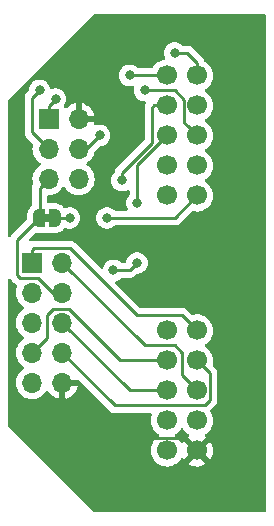
<source format=gbr>
G04 #@! TF.GenerationSoftware,KiCad,Pcbnew,(6.0.0)*
G04 #@! TF.CreationDate,2022-01-07T01:25:47-05:00*
G04 #@! TF.ProjectId,SKR-Mini_Screen,534b522d-4d69-46e6-995f-53637265656e,rev?*
G04 #@! TF.SameCoordinates,Original*
G04 #@! TF.FileFunction,Copper,L1,Top*
G04 #@! TF.FilePolarity,Positive*
%FSLAX46Y46*%
G04 Gerber Fmt 4.6, Leading zero omitted, Abs format (unit mm)*
G04 Created by KiCad (PCBNEW (6.0.0)) date 2022-01-07 01:25:47*
%MOMM*%
%LPD*%
G01*
G04 APERTURE LIST*
G04 Aperture macros list*
%AMFreePoly0*
4,1,22,0.500000,-0.750000,0.000000,-0.750000,0.000000,-0.745033,-0.079941,-0.743568,-0.215256,-0.701293,-0.333266,-0.622738,-0.424486,-0.514219,-0.481581,-0.384460,-0.499164,-0.250000,-0.500000,-0.250000,-0.500000,0.250000,-0.499164,0.250000,-0.499963,0.256109,-0.478152,0.396186,-0.417904,0.524511,-0.324060,0.630769,-0.204165,0.706417,-0.067858,0.745374,0.000000,0.744959,0.000000,0.750000,
0.500000,0.750000,0.500000,-0.750000,0.500000,-0.750000,$1*%
%AMFreePoly1*
4,1,20,0.000000,0.744959,0.073905,0.744508,0.209726,0.703889,0.328688,0.626782,0.421226,0.519385,0.479903,0.390333,0.500000,0.250000,0.500000,-0.250000,0.499851,-0.262216,0.476331,-0.402017,0.414519,-0.529596,0.319384,-0.634700,0.198574,-0.708877,0.061801,-0.746166,0.000000,-0.745033,0.000000,-0.750000,-0.500000,-0.750000,-0.500000,0.750000,0.000000,0.750000,0.000000,0.744959,
0.000000,0.744959,$1*%
G04 Aperture macros list end*
G04 #@! TA.AperFunction,ComponentPad*
%ADD10C,1.700000*%
G04 #@! TD*
G04 #@! TA.AperFunction,SMDPad,CuDef*
%ADD11FreePoly0,0.000000*%
G04 #@! TD*
G04 #@! TA.AperFunction,SMDPad,CuDef*
%ADD12FreePoly1,0.000000*%
G04 #@! TD*
G04 #@! TA.AperFunction,ComponentPad*
%ADD13O,1.700000X1.700000*%
G04 #@! TD*
G04 #@! TA.AperFunction,ComponentPad*
%ADD14R,1.700000X1.700000*%
G04 #@! TD*
G04 #@! TA.AperFunction,ViaPad*
%ADD15C,0.800000*%
G04 #@! TD*
G04 #@! TA.AperFunction,Conductor*
%ADD16C,0.250000*%
G04 #@! TD*
G04 APERTURE END LIST*
G36*
X127250000Y-103170000D02*
G01*
X126750000Y-103170000D01*
X126750000Y-102570000D01*
X127250000Y-102570000D01*
X127250000Y-103170000D01*
G37*
D10*
X139700000Y-100965000D03*
X137160000Y-100965000D03*
X139700000Y-98425000D03*
X137160000Y-98425000D03*
X139700000Y-95885000D03*
X137160000Y-95885000D03*
X139700000Y-93345000D03*
X137160000Y-93345000D03*
X139700000Y-90805000D03*
X137160000Y-90805000D03*
X139700000Y-122555000D03*
X137160000Y-122555000D03*
X139700000Y-120015000D03*
X137160000Y-120015000D03*
X139700000Y-117475000D03*
X137160000Y-117475000D03*
X139700000Y-114935000D03*
X137160000Y-114935000D03*
X139700000Y-112395000D03*
X137160000Y-112395000D03*
D11*
X126350000Y-102870000D03*
D12*
X127650000Y-102870000D03*
D13*
X128270000Y-116840000D03*
X125730000Y-116840000D03*
X128270000Y-114300000D03*
X125730000Y-114300000D03*
X128270000Y-111760000D03*
X125730000Y-111760000D03*
X128270000Y-109220000D03*
X125730000Y-109220000D03*
X128270000Y-106680000D03*
D14*
X125730000Y-106680000D03*
D13*
X129673000Y-99568000D03*
X127133000Y-99568000D03*
X129673000Y-97028000D03*
X127133000Y-97028000D03*
X129673000Y-94488000D03*
D14*
X127133000Y-94488000D03*
D15*
X133350000Y-99695000D03*
X132625000Y-107315000D03*
X134620000Y-106680000D03*
X134620000Y-101600000D03*
X131445000Y-95885000D03*
X135255000Y-92075000D03*
X137795000Y-88900000D03*
X126365000Y-92075000D03*
X133985000Y-90805000D03*
X127723000Y-92798000D03*
X132080000Y-102870000D03*
X128905000Y-102870000D03*
D16*
X138938001Y-121793001D02*
X139700000Y-122555000D01*
X131695918Y-121467999D02*
X138612999Y-121467999D01*
X138612999Y-121467999D02*
X138938001Y-121793001D01*
X128270000Y-118042081D02*
X131695918Y-121467999D01*
X128270000Y-116840000D02*
X128270000Y-118042081D01*
X140461999Y-115696999D02*
X139700000Y-114935000D01*
X132715000Y-118745000D02*
X140335000Y-118745000D01*
X140335000Y-118745000D02*
X140787001Y-118292999D01*
X128270000Y-114300000D02*
X132715000Y-118745000D01*
X140787001Y-118292999D02*
X140787001Y-116022001D01*
X140787001Y-116022001D02*
X140461999Y-115696999D01*
X128834001Y-110584999D02*
X127540001Y-110584999D01*
X137160000Y-114935000D02*
X133184002Y-114935000D01*
X133184002Y-114935000D02*
X128834001Y-110584999D01*
X127540001Y-110584999D02*
X127000000Y-111125000D01*
X127000000Y-113030000D02*
X125730000Y-114300000D01*
X127000000Y-111125000D02*
X127000000Y-113030000D01*
X137160000Y-117475000D02*
X133985000Y-117475000D01*
X133985000Y-117475000D02*
X128270000Y-111760000D01*
X133350000Y-99695000D02*
X133350000Y-99058590D01*
X135890000Y-96518590D02*
X135890000Y-93537370D01*
X136082370Y-93345000D02*
X137160000Y-93345000D01*
X135890000Y-93537370D02*
X136082370Y-93345000D01*
X133350000Y-99058590D02*
X135890000Y-96518590D01*
X126365000Y-100330000D02*
X126365000Y-102235000D01*
X127133000Y-99568000D02*
X127127000Y-99568000D01*
X127127000Y-99568000D02*
X126365000Y-100330000D01*
X124460000Y-104760000D02*
X126350000Y-102870000D01*
X127469002Y-109220000D02*
X126199002Y-107950000D01*
X128270000Y-109220000D02*
X127469002Y-109220000D01*
X126199002Y-107950000D02*
X124714998Y-107950000D01*
X124460000Y-107695002D02*
X124460000Y-104760000D01*
X124714998Y-107950000D02*
X124460000Y-107695002D01*
X132625000Y-107315000D02*
X133985000Y-107315000D01*
X133985000Y-107315000D02*
X134620000Y-106680000D01*
X134620000Y-106680000D02*
X134620000Y-106680000D01*
X134620000Y-98425000D02*
X137160000Y-95885000D01*
X134620000Y-101600000D02*
X134620000Y-98425000D01*
X139700000Y-117475000D02*
X138430000Y-116205000D01*
X138430000Y-116205000D02*
X138430000Y-114300000D01*
X138430000Y-114300000D02*
X137795000Y-113665000D01*
X137795000Y-113665000D02*
X135255000Y-113665000D01*
X135255000Y-113665000D02*
X128270000Y-106680000D01*
X139700000Y-112395000D02*
X138430000Y-111125000D01*
X138430000Y-111125000D02*
X134620000Y-111125000D01*
X134620000Y-111125000D02*
X128905000Y-105410000D01*
X125730000Y-105580000D02*
X125730000Y-106680000D01*
X125900000Y-105410000D02*
X125730000Y-105580000D01*
X128905000Y-105410000D02*
X125900000Y-105410000D01*
X135255000Y-92075000D02*
X135255000Y-92075000D01*
X138938001Y-95123001D02*
X139700000Y-95885000D01*
X138612999Y-94797999D02*
X138938001Y-95123001D01*
X138612999Y-92892999D02*
X138612999Y-94797999D01*
X137795000Y-92075000D02*
X138612999Y-92892999D01*
X135255000Y-92075000D02*
X137795000Y-92075000D01*
X130302000Y-97028000D02*
X131445000Y-95885000D01*
X129673000Y-97028000D02*
X130302000Y-97028000D01*
X127133000Y-97028000D02*
X125730000Y-95625000D01*
X139700000Y-89727370D02*
X138872630Y-88900000D01*
X139700000Y-90805000D02*
X139700000Y-89727370D01*
X138872630Y-88900000D02*
X137795000Y-88900000D01*
X125730000Y-92710000D02*
X125730000Y-95625000D01*
X126365000Y-92075000D02*
X125730000Y-92710000D01*
X136082370Y-90805000D02*
X137160000Y-90805000D01*
X127133000Y-93388000D02*
X127723000Y-92798000D01*
X127133000Y-94488000D02*
X127133000Y-93388000D01*
X133985000Y-90805000D02*
X136082370Y-90805000D01*
X137795000Y-102870000D02*
X139700000Y-100965000D01*
X127650000Y-102870000D02*
X128905000Y-102870000D01*
X132080000Y-102870000D02*
X137795000Y-102870000D01*
G04 #@! TA.AperFunction,Conductor*
G36*
X145484121Y-85618002D02*
G01*
X145530614Y-85671658D01*
X145542000Y-85724000D01*
X145542000Y-127636000D01*
X145521998Y-127704121D01*
X145468342Y-127750614D01*
X145416000Y-127762000D01*
X131072610Y-127762000D01*
X131004489Y-127741998D01*
X130983515Y-127725095D01*
X123734905Y-120476485D01*
X123700879Y-120414173D01*
X123698000Y-120387390D01*
X123698000Y-108111762D01*
X123718002Y-108043641D01*
X123771658Y-107997148D01*
X123841932Y-107987044D01*
X123906512Y-108016538D01*
X123925946Y-108037714D01*
X123926445Y-108038401D01*
X123932952Y-108048309D01*
X123942302Y-108064118D01*
X123955458Y-108086364D01*
X123969779Y-108100685D01*
X123982619Y-108115718D01*
X123994528Y-108132109D01*
X124000634Y-108137160D01*
X124028605Y-108160300D01*
X124037384Y-108168290D01*
X124211341Y-108342247D01*
X124218885Y-108350537D01*
X124222998Y-108357018D01*
X124228775Y-108362443D01*
X124272665Y-108403658D01*
X124275507Y-108406413D01*
X124295229Y-108426135D01*
X124298353Y-108428558D01*
X124298357Y-108428562D01*
X124298422Y-108428612D01*
X124307443Y-108436317D01*
X124339677Y-108466586D01*
X124346625Y-108470405D01*
X124346627Y-108470407D01*
X124357430Y-108476346D01*
X124373957Y-108487202D01*
X124383696Y-108494757D01*
X124383698Y-108494758D01*
X124389958Y-108499614D01*
X124418342Y-108511897D01*
X124472915Y-108557307D01*
X124494275Y-108625014D01*
X124482587Y-108680584D01*
X124452869Y-108744605D01*
X124452866Y-108744612D01*
X124450688Y-108749305D01*
X124390989Y-108964570D01*
X124367251Y-109186695D01*
X124367548Y-109191848D01*
X124367548Y-109191851D01*
X124373011Y-109286590D01*
X124380110Y-109409715D01*
X124381247Y-109414761D01*
X124381248Y-109414767D01*
X124401119Y-109502939D01*
X124429222Y-109627639D01*
X124513266Y-109834616D01*
X124629987Y-110025088D01*
X124776250Y-110193938D01*
X124948126Y-110336632D01*
X125018595Y-110377811D01*
X125021445Y-110379476D01*
X125070169Y-110431114D01*
X125083240Y-110500897D01*
X125056509Y-110566669D01*
X125016055Y-110600027D01*
X125003607Y-110606507D01*
X124999474Y-110609610D01*
X124999471Y-110609612D01*
X124829100Y-110737530D01*
X124824965Y-110740635D01*
X124670629Y-110902138D01*
X124544743Y-111086680D01*
X124542564Y-111091375D01*
X124465637Y-111257101D01*
X124450688Y-111289305D01*
X124390989Y-111504570D01*
X124367251Y-111726695D01*
X124367548Y-111731848D01*
X124367548Y-111731851D01*
X124368392Y-111746492D01*
X124380110Y-111949715D01*
X124381247Y-111954761D01*
X124381248Y-111954767D01*
X124405304Y-112061508D01*
X124429222Y-112167639D01*
X124513266Y-112374616D01*
X124629987Y-112565088D01*
X124776250Y-112733938D01*
X124948126Y-112876632D01*
X124990602Y-112901453D01*
X125021445Y-112919476D01*
X125070169Y-112971114D01*
X125083240Y-113040897D01*
X125056509Y-113106669D01*
X125016055Y-113140027D01*
X125003607Y-113146507D01*
X124999474Y-113149610D01*
X124999471Y-113149612D01*
X124855136Y-113257982D01*
X124824965Y-113280635D01*
X124821393Y-113284373D01*
X124679812Y-113432529D01*
X124670629Y-113442138D01*
X124544743Y-113626680D01*
X124514591Y-113691638D01*
X124465663Y-113797045D01*
X124450688Y-113829305D01*
X124390989Y-114044570D01*
X124367251Y-114266695D01*
X124367548Y-114271848D01*
X124367548Y-114271851D01*
X124373011Y-114366590D01*
X124380110Y-114489715D01*
X124381247Y-114494761D01*
X124381248Y-114494767D01*
X124381459Y-114495702D01*
X124429222Y-114707639D01*
X124513266Y-114914616D01*
X124564511Y-114998240D01*
X124627291Y-115100688D01*
X124629987Y-115105088D01*
X124776250Y-115273938D01*
X124948126Y-115416632D01*
X125018595Y-115457811D01*
X125021445Y-115459476D01*
X125070169Y-115511114D01*
X125083240Y-115580897D01*
X125056509Y-115646669D01*
X125016055Y-115680027D01*
X125003607Y-115686507D01*
X124999474Y-115689610D01*
X124999471Y-115689612D01*
X124829100Y-115817530D01*
X124824965Y-115820635D01*
X124670629Y-115982138D01*
X124544743Y-116166680D01*
X124450688Y-116369305D01*
X124390989Y-116584570D01*
X124367251Y-116806695D01*
X124367548Y-116811848D01*
X124367548Y-116811851D01*
X124369171Y-116840000D01*
X124380110Y-117029715D01*
X124381247Y-117034761D01*
X124381248Y-117034767D01*
X124394597Y-117094000D01*
X124429222Y-117247639D01*
X124513266Y-117454616D01*
X124629987Y-117645088D01*
X124776250Y-117813938D01*
X124948126Y-117956632D01*
X125141000Y-118069338D01*
X125145825Y-118071180D01*
X125145826Y-118071181D01*
X125158967Y-118076199D01*
X125349692Y-118149030D01*
X125354760Y-118150061D01*
X125354763Y-118150062D01*
X125449862Y-118169410D01*
X125568597Y-118193567D01*
X125573772Y-118193757D01*
X125573774Y-118193757D01*
X125786673Y-118201564D01*
X125786677Y-118201564D01*
X125791837Y-118201753D01*
X125796957Y-118201097D01*
X125796959Y-118201097D01*
X126008288Y-118174025D01*
X126008289Y-118174025D01*
X126013416Y-118173368D01*
X126018366Y-118171883D01*
X126222429Y-118110661D01*
X126222434Y-118110659D01*
X126227384Y-118109174D01*
X126427994Y-118010896D01*
X126609860Y-117881173D01*
X126768096Y-117723489D01*
X126827594Y-117640689D01*
X126898453Y-117542077D01*
X126899640Y-117542930D01*
X126946960Y-117499362D01*
X127016897Y-117487145D01*
X127082338Y-117514678D01*
X127110166Y-117546511D01*
X127167694Y-117640388D01*
X127173777Y-117648699D01*
X127313213Y-117809667D01*
X127320580Y-117816883D01*
X127484434Y-117952916D01*
X127492881Y-117958831D01*
X127676756Y-118066279D01*
X127686042Y-118070729D01*
X127885001Y-118146703D01*
X127894899Y-118149579D01*
X127998250Y-118170606D01*
X128012299Y-118169410D01*
X128016000Y-118159065D01*
X128016000Y-118158517D01*
X128524000Y-118158517D01*
X128528064Y-118172359D01*
X128541478Y-118174393D01*
X128548184Y-118173534D01*
X128558262Y-118171392D01*
X128762255Y-118110191D01*
X128771842Y-118106433D01*
X128963095Y-118012739D01*
X128971945Y-118007464D01*
X129145328Y-117883792D01*
X129153200Y-117877139D01*
X129304052Y-117726812D01*
X129310730Y-117718965D01*
X129435003Y-117546020D01*
X129440313Y-117537183D01*
X129534670Y-117346267D01*
X129538469Y-117336672D01*
X129600377Y-117132910D01*
X129602555Y-117122837D01*
X129603986Y-117111962D01*
X129601775Y-117097778D01*
X129588617Y-117094000D01*
X128542115Y-117094000D01*
X128526876Y-117098475D01*
X128525671Y-117099865D01*
X128524000Y-117107548D01*
X128524000Y-118158517D01*
X128016000Y-118158517D01*
X128016000Y-116712000D01*
X128036002Y-116643879D01*
X128089658Y-116597386D01*
X128142000Y-116586000D01*
X129606459Y-116586000D01*
X129606459Y-116590775D01*
X129643133Y-116590792D01*
X129696673Y-116622577D01*
X132211343Y-119137247D01*
X132218887Y-119145537D01*
X132223000Y-119152018D01*
X132228777Y-119157443D01*
X132272667Y-119198658D01*
X132275509Y-119201413D01*
X132295230Y-119221134D01*
X132298425Y-119223612D01*
X132307447Y-119231318D01*
X132339679Y-119261586D01*
X132346628Y-119265406D01*
X132357432Y-119271346D01*
X132373956Y-119282199D01*
X132389959Y-119294613D01*
X132430543Y-119312176D01*
X132441173Y-119317383D01*
X132479940Y-119338695D01*
X132487617Y-119340666D01*
X132487622Y-119340668D01*
X132499558Y-119343732D01*
X132518266Y-119350137D01*
X132536855Y-119358181D01*
X132544683Y-119359421D01*
X132544690Y-119359423D01*
X132580524Y-119365099D01*
X132592144Y-119367505D01*
X132627289Y-119376528D01*
X132634970Y-119378500D01*
X132655224Y-119378500D01*
X132674934Y-119380051D01*
X132694943Y-119383220D01*
X132702835Y-119382474D01*
X132738961Y-119379059D01*
X132750819Y-119378500D01*
X135761527Y-119378500D01*
X135829648Y-119398502D01*
X135876141Y-119452158D01*
X135886245Y-119522432D01*
X135880745Y-119544182D01*
X135880688Y-119544305D01*
X135820989Y-119759570D01*
X135797251Y-119981695D01*
X135797548Y-119986848D01*
X135797548Y-119986851D01*
X135803011Y-120081590D01*
X135810110Y-120204715D01*
X135811247Y-120209761D01*
X135811248Y-120209767D01*
X135831119Y-120297939D01*
X135859222Y-120422639D01*
X135943266Y-120629616D01*
X135987512Y-120701819D01*
X136057291Y-120815688D01*
X136059987Y-120820088D01*
X136206250Y-120988938D01*
X136378126Y-121131632D01*
X136448595Y-121172811D01*
X136451445Y-121174476D01*
X136500169Y-121226114D01*
X136513240Y-121295897D01*
X136486509Y-121361669D01*
X136446055Y-121395027D01*
X136433607Y-121401507D01*
X136429474Y-121404610D01*
X136429471Y-121404612D01*
X136259100Y-121532530D01*
X136254965Y-121535635D01*
X136100629Y-121697138D01*
X135974743Y-121881680D01*
X135880688Y-122084305D01*
X135820989Y-122299570D01*
X135797251Y-122521695D01*
X135797548Y-122526848D01*
X135797548Y-122526851D01*
X135799910Y-122567812D01*
X135810110Y-122744715D01*
X135811247Y-122749761D01*
X135811248Y-122749767D01*
X135832275Y-122843069D01*
X135859222Y-122962639D01*
X135943266Y-123169616D01*
X136059987Y-123360088D01*
X136206250Y-123528938D01*
X136378126Y-123671632D01*
X136571000Y-123784338D01*
X136779692Y-123864030D01*
X136784760Y-123865061D01*
X136784763Y-123865062D01*
X136889604Y-123886392D01*
X136998597Y-123908567D01*
X137003772Y-123908757D01*
X137003774Y-123908757D01*
X137216673Y-123916564D01*
X137216677Y-123916564D01*
X137221837Y-123916753D01*
X137226957Y-123916097D01*
X137226959Y-123916097D01*
X137438288Y-123889025D01*
X137438289Y-123889025D01*
X137443416Y-123888368D01*
X137448366Y-123886883D01*
X137652429Y-123825661D01*
X137652434Y-123825659D01*
X137657384Y-123824174D01*
X137857994Y-123725896D01*
X137922544Y-123679853D01*
X138939977Y-123679853D01*
X138945258Y-123686907D01*
X139106756Y-123781279D01*
X139116042Y-123785729D01*
X139315001Y-123861703D01*
X139324899Y-123864579D01*
X139533595Y-123907038D01*
X139543823Y-123908257D01*
X139756650Y-123916062D01*
X139766936Y-123915595D01*
X139978185Y-123888534D01*
X139988262Y-123886392D01*
X140192255Y-123825191D01*
X140201842Y-123821433D01*
X140393098Y-123727738D01*
X140401944Y-123722465D01*
X140449247Y-123688723D01*
X140457648Y-123678023D01*
X140450660Y-123664870D01*
X139712812Y-122927022D01*
X139698868Y-122919408D01*
X139697035Y-122919539D01*
X139690420Y-122923790D01*
X138946737Y-123667473D01*
X138939977Y-123679853D01*
X137922544Y-123679853D01*
X138039860Y-123596173D01*
X138198096Y-123438489D01*
X138257594Y-123355689D01*
X138328453Y-123257077D01*
X138329640Y-123257930D01*
X138376960Y-123214362D01*
X138446897Y-123202145D01*
X138512338Y-123229678D01*
X138540166Y-123261512D01*
X138566459Y-123304419D01*
X138576916Y-123313880D01*
X138585694Y-123310096D01*
X139327978Y-122567812D01*
X139334356Y-122556132D01*
X140064408Y-122556132D01*
X140064539Y-122557965D01*
X140068790Y-122564580D01*
X140810474Y-123306264D01*
X140822484Y-123312823D01*
X140834223Y-123303855D01*
X140865004Y-123261019D01*
X140870315Y-123252180D01*
X140964670Y-123061267D01*
X140968469Y-123051672D01*
X141030376Y-122847915D01*
X141032555Y-122837834D01*
X141060590Y-122624887D01*
X141061109Y-122618212D01*
X141062572Y-122558364D01*
X141062378Y-122551646D01*
X141044781Y-122337604D01*
X141043096Y-122327424D01*
X140991214Y-122120875D01*
X140987894Y-122111124D01*
X140902972Y-121915814D01*
X140898105Y-121906739D01*
X140833063Y-121806197D01*
X140822377Y-121796995D01*
X140812812Y-121801398D01*
X140072022Y-122542188D01*
X140064408Y-122556132D01*
X139334356Y-122556132D01*
X139335592Y-122553868D01*
X139335461Y-122552035D01*
X139331210Y-122545420D01*
X138589849Y-121804059D01*
X138578313Y-121797759D01*
X138566031Y-121807382D01*
X138533499Y-121855072D01*
X138478587Y-121900075D01*
X138408063Y-121908246D01*
X138344316Y-121876992D01*
X138323618Y-121852508D01*
X138242822Y-121727617D01*
X138242820Y-121727614D01*
X138240014Y-121723277D01*
X138089670Y-121558051D01*
X138085619Y-121554852D01*
X138085615Y-121554848D01*
X137918414Y-121422800D01*
X137918410Y-121422798D01*
X137914359Y-121419598D01*
X137873053Y-121396796D01*
X137823084Y-121346364D01*
X137808312Y-121276921D01*
X137833428Y-121210516D01*
X137860780Y-121183909D01*
X137904603Y-121152650D01*
X138039860Y-121056173D01*
X138198096Y-120898489D01*
X138257594Y-120815689D01*
X138328453Y-120717077D01*
X138329776Y-120718028D01*
X138376645Y-120674857D01*
X138446580Y-120662625D01*
X138512026Y-120690144D01*
X138539875Y-120721994D01*
X138599987Y-120820088D01*
X138746250Y-120988938D01*
X138918126Y-121131632D01*
X138991445Y-121174476D01*
X138991955Y-121174774D01*
X139040679Y-121226412D01*
X139053750Y-121296195D01*
X139027019Y-121361967D01*
X138986562Y-121395327D01*
X138978460Y-121399544D01*
X138969734Y-121405039D01*
X138949677Y-121420099D01*
X138941223Y-121431427D01*
X138947968Y-121443758D01*
X139687188Y-122182978D01*
X139701132Y-122190592D01*
X139702965Y-122190461D01*
X139709580Y-122186210D01*
X140453389Y-121442401D01*
X140460410Y-121429544D01*
X140453611Y-121420213D01*
X140449559Y-121417521D01*
X140412602Y-121397120D01*
X140362631Y-121346687D01*
X140347859Y-121277245D01*
X140372975Y-121210839D01*
X140400327Y-121184232D01*
X140423797Y-121167491D01*
X140579860Y-121056173D01*
X140738096Y-120898489D01*
X140797594Y-120815689D01*
X140865435Y-120721277D01*
X140868453Y-120717077D01*
X140883577Y-120686477D01*
X140965136Y-120521453D01*
X140965137Y-120521451D01*
X140967430Y-120516811D01*
X141032370Y-120303069D01*
X141061529Y-120081590D01*
X141063156Y-120015000D01*
X141044852Y-119792361D01*
X140990431Y-119575702D01*
X140901354Y-119370840D01*
X140864926Y-119314530D01*
X140840292Y-119276452D01*
X140820085Y-119208392D01*
X140839881Y-119140211D01*
X140856989Y-119118917D01*
X141179260Y-118796646D01*
X141187538Y-118789112D01*
X141194019Y-118784999D01*
X141240631Y-118735361D01*
X141243386Y-118732518D01*
X141260335Y-118715570D01*
X141263136Y-118712769D01*
X141265616Y-118709572D01*
X141273321Y-118700550D01*
X141298160Y-118674099D01*
X141303587Y-118668320D01*
X141307406Y-118661374D01*
X141307408Y-118661371D01*
X141313349Y-118650565D01*
X141324200Y-118634046D01*
X141331759Y-118624300D01*
X141336615Y-118618040D01*
X141339760Y-118610771D01*
X141339763Y-118610767D01*
X141354175Y-118577462D01*
X141359392Y-118566812D01*
X141380696Y-118528059D01*
X141385734Y-118508436D01*
X141392138Y-118489733D01*
X141397034Y-118478419D01*
X141397034Y-118478418D01*
X141400182Y-118471144D01*
X141401421Y-118463321D01*
X141401424Y-118463311D01*
X141407100Y-118427475D01*
X141409506Y-118415855D01*
X141418529Y-118380710D01*
X141418529Y-118380709D01*
X141420501Y-118373029D01*
X141420501Y-118352775D01*
X141422052Y-118333064D01*
X141423981Y-118320885D01*
X141425221Y-118313056D01*
X141421060Y-118269037D01*
X141420501Y-118257180D01*
X141420501Y-116100768D01*
X141421028Y-116089585D01*
X141422703Y-116082092D01*
X141421746Y-116051632D01*
X141420563Y-116014015D01*
X141420501Y-116010056D01*
X141420501Y-115982145D01*
X141419996Y-115978145D01*
X141419063Y-115966302D01*
X141417923Y-115930030D01*
X141417674Y-115922111D01*
X141412023Y-115902659D01*
X141408015Y-115883307D01*
X141406468Y-115871064D01*
X141405475Y-115863204D01*
X141396228Y-115839848D01*
X141389201Y-115822098D01*
X141385356Y-115810871D01*
X141377431Y-115783595D01*
X141373019Y-115768408D01*
X141368985Y-115761586D01*
X141368982Y-115761580D01*
X141362707Y-115750969D01*
X141354011Y-115733219D01*
X141349473Y-115721757D01*
X141349470Y-115721752D01*
X141346553Y-115714384D01*
X141328555Y-115689612D01*
X141320574Y-115678626D01*
X141314058Y-115668708D01*
X141295576Y-115637458D01*
X141291543Y-115630638D01*
X141277219Y-115616314D01*
X141264377Y-115601279D01*
X141261862Y-115597817D01*
X141252473Y-115584894D01*
X141218407Y-115556712D01*
X141209628Y-115548723D01*
X141051218Y-115390313D01*
X141017192Y-115328001D01*
X141019755Y-115264589D01*
X141030865Y-115228022D01*
X141032370Y-115223069D01*
X141061529Y-115001590D01*
X141063156Y-114935000D01*
X141044852Y-114712361D01*
X140990431Y-114495702D01*
X140901354Y-114290840D01*
X140840078Y-114196121D01*
X140782822Y-114107617D01*
X140782820Y-114107614D01*
X140780014Y-114103277D01*
X140629670Y-113938051D01*
X140625619Y-113934852D01*
X140625615Y-113934848D01*
X140458414Y-113802800D01*
X140458410Y-113802798D01*
X140454359Y-113799598D01*
X140413053Y-113776796D01*
X140363084Y-113726364D01*
X140348312Y-113656921D01*
X140373428Y-113590516D01*
X140400780Y-113563909D01*
X140457229Y-113523644D01*
X140579860Y-113436173D01*
X140738096Y-113278489D01*
X140746710Y-113266502D01*
X140865435Y-113101277D01*
X140868453Y-113097077D01*
X140902028Y-113029144D01*
X140965136Y-112901453D01*
X140965137Y-112901451D01*
X140967430Y-112896811D01*
X141032370Y-112683069D01*
X141061529Y-112461590D01*
X141063156Y-112395000D01*
X141044852Y-112172361D01*
X140990431Y-111955702D01*
X140901354Y-111750840D01*
X140840078Y-111656122D01*
X140782822Y-111567617D01*
X140782820Y-111567614D01*
X140780014Y-111563277D01*
X140629670Y-111398051D01*
X140625619Y-111394852D01*
X140625615Y-111394848D01*
X140458414Y-111262800D01*
X140458410Y-111262798D01*
X140454359Y-111259598D01*
X140258789Y-111151638D01*
X140253920Y-111149914D01*
X140253916Y-111149912D01*
X140053087Y-111078795D01*
X140053083Y-111078794D01*
X140048212Y-111077069D01*
X140043119Y-111076162D01*
X140043116Y-111076161D01*
X139833373Y-111038800D01*
X139833367Y-111038799D01*
X139828284Y-111037894D01*
X139754452Y-111036992D01*
X139610081Y-111035228D01*
X139610079Y-111035228D01*
X139604911Y-111035165D01*
X139384091Y-111068955D01*
X139371532Y-111073060D01*
X139300568Y-111075210D01*
X139243294Y-111042389D01*
X138933652Y-110732747D01*
X138926112Y-110724461D01*
X138922000Y-110717982D01*
X138872348Y-110671356D01*
X138869507Y-110668602D01*
X138849770Y-110648865D01*
X138846573Y-110646385D01*
X138837551Y-110638680D01*
X138832927Y-110634338D01*
X138805321Y-110608414D01*
X138798375Y-110604595D01*
X138798372Y-110604593D01*
X138787566Y-110598652D01*
X138771047Y-110587801D01*
X138770583Y-110587441D01*
X138755041Y-110575386D01*
X138747772Y-110572241D01*
X138747768Y-110572238D01*
X138714463Y-110557826D01*
X138703813Y-110552609D01*
X138665060Y-110531305D01*
X138645437Y-110526267D01*
X138626734Y-110519863D01*
X138615420Y-110514967D01*
X138615419Y-110514967D01*
X138608145Y-110511819D01*
X138600322Y-110510580D01*
X138600312Y-110510577D01*
X138564476Y-110504901D01*
X138552856Y-110502495D01*
X138517711Y-110493472D01*
X138517710Y-110493472D01*
X138510030Y-110491500D01*
X138489776Y-110491500D01*
X138470065Y-110489949D01*
X138457886Y-110488020D01*
X138450057Y-110486780D01*
X138442165Y-110487526D01*
X138406039Y-110490941D01*
X138394181Y-110491500D01*
X134934594Y-110491500D01*
X134866473Y-110471498D01*
X134845499Y-110454595D01*
X132797093Y-108406189D01*
X132763067Y-108343877D01*
X132768132Y-108273062D01*
X132810679Y-108216226D01*
X132859991Y-108193847D01*
X132872364Y-108191217D01*
X132900830Y-108185167D01*
X132900833Y-108185166D01*
X132907288Y-108183794D01*
X132942111Y-108168290D01*
X133075722Y-108108803D01*
X133075724Y-108108802D01*
X133081752Y-108106118D01*
X133118338Y-108079537D01*
X133230914Y-107997745D01*
X133236253Y-107993866D01*
X133240668Y-107988963D01*
X133245580Y-107984540D01*
X133246705Y-107985789D01*
X133300014Y-107952949D01*
X133333200Y-107948500D01*
X133906233Y-107948500D01*
X133917416Y-107949027D01*
X133924909Y-107950702D01*
X133932835Y-107950453D01*
X133932836Y-107950453D01*
X133992986Y-107948562D01*
X133996945Y-107948500D01*
X134024856Y-107948500D01*
X134028791Y-107948003D01*
X134028856Y-107947995D01*
X134040693Y-107947062D01*
X134072951Y-107946048D01*
X134076970Y-107945922D01*
X134084889Y-107945673D01*
X134104343Y-107940021D01*
X134123700Y-107936013D01*
X134135930Y-107934468D01*
X134135931Y-107934468D01*
X134143797Y-107933474D01*
X134151168Y-107930555D01*
X134151170Y-107930555D01*
X134184912Y-107917196D01*
X134196142Y-107913351D01*
X134230983Y-107903229D01*
X134230984Y-107903229D01*
X134238593Y-107901018D01*
X134245412Y-107896985D01*
X134245417Y-107896983D01*
X134256028Y-107890707D01*
X134273776Y-107882012D01*
X134292617Y-107874552D01*
X134328387Y-107848564D01*
X134338307Y-107842048D01*
X134369535Y-107823580D01*
X134369538Y-107823578D01*
X134376362Y-107819542D01*
X134390683Y-107805221D01*
X134405717Y-107792380D01*
X134415694Y-107785131D01*
X134422107Y-107780472D01*
X134450298Y-107746395D01*
X134458288Y-107737616D01*
X134570499Y-107625405D01*
X134632811Y-107591379D01*
X134659594Y-107588500D01*
X134715487Y-107588500D01*
X134721939Y-107587128D01*
X134721944Y-107587128D01*
X134808888Y-107568647D01*
X134902288Y-107548794D01*
X135045375Y-107485088D01*
X135070722Y-107473803D01*
X135070724Y-107473802D01*
X135076752Y-107471118D01*
X135231253Y-107358866D01*
X135235675Y-107353955D01*
X135354621Y-107221852D01*
X135354622Y-107221851D01*
X135359040Y-107216944D01*
X135454527Y-107051556D01*
X135513542Y-106869928D01*
X135533504Y-106680000D01*
X135521803Y-106568671D01*
X135514232Y-106496635D01*
X135514232Y-106496633D01*
X135513542Y-106490072D01*
X135454527Y-106308444D01*
X135359040Y-106143056D01*
X135231253Y-106001134D01*
X135076752Y-105888882D01*
X135070724Y-105886198D01*
X135070722Y-105886197D01*
X134908319Y-105813891D01*
X134908318Y-105813891D01*
X134902288Y-105811206D01*
X134808888Y-105791353D01*
X134721944Y-105772872D01*
X134721939Y-105772872D01*
X134715487Y-105771500D01*
X134524513Y-105771500D01*
X134518061Y-105772872D01*
X134518056Y-105772872D01*
X134431113Y-105791353D01*
X134337712Y-105811206D01*
X134331682Y-105813891D01*
X134331681Y-105813891D01*
X134169278Y-105886197D01*
X134169276Y-105886198D01*
X134163248Y-105888882D01*
X134008747Y-106001134D01*
X133880960Y-106143056D01*
X133785473Y-106308444D01*
X133726458Y-106490072D01*
X133725769Y-106496631D01*
X133725768Y-106496634D01*
X133718197Y-106568671D01*
X133691184Y-106634327D01*
X133632962Y-106674957D01*
X133592887Y-106681500D01*
X133333200Y-106681500D01*
X133265079Y-106661498D01*
X133245853Y-106645157D01*
X133245580Y-106645460D01*
X133240668Y-106641037D01*
X133236253Y-106636134D01*
X133081752Y-106523882D01*
X133075724Y-106521198D01*
X133075722Y-106521197D01*
X132913319Y-106448891D01*
X132913318Y-106448891D01*
X132907288Y-106446206D01*
X132813887Y-106426353D01*
X132726944Y-106407872D01*
X132726939Y-106407872D01*
X132720487Y-106406500D01*
X132529513Y-106406500D01*
X132523061Y-106407872D01*
X132523056Y-106407872D01*
X132436113Y-106426353D01*
X132342712Y-106446206D01*
X132336682Y-106448891D01*
X132336681Y-106448891D01*
X132174278Y-106521197D01*
X132174276Y-106521198D01*
X132168248Y-106523882D01*
X132013747Y-106636134D01*
X131885960Y-106778056D01*
X131790473Y-106943444D01*
X131745491Y-107081885D01*
X131742152Y-107092160D01*
X131702078Y-107150766D01*
X131636682Y-107178403D01*
X131566725Y-107166296D01*
X131533224Y-107142319D01*
X129408652Y-105017747D01*
X129401112Y-105009461D01*
X129397000Y-105002982D01*
X129347348Y-104956356D01*
X129344507Y-104953602D01*
X129324770Y-104933865D01*
X129321573Y-104931385D01*
X129312551Y-104923680D01*
X129280321Y-104893414D01*
X129273375Y-104889595D01*
X129273372Y-104889593D01*
X129262566Y-104883652D01*
X129246047Y-104872801D01*
X129245583Y-104872441D01*
X129230041Y-104860386D01*
X129222772Y-104857241D01*
X129222768Y-104857238D01*
X129189463Y-104842826D01*
X129178813Y-104837609D01*
X129140060Y-104816305D01*
X129120437Y-104811267D01*
X129101734Y-104804863D01*
X129090420Y-104799967D01*
X129090419Y-104799967D01*
X129083145Y-104796819D01*
X129075322Y-104795580D01*
X129075312Y-104795577D01*
X129039476Y-104789901D01*
X129027856Y-104787495D01*
X128992711Y-104778472D01*
X128992710Y-104778472D01*
X128985030Y-104776500D01*
X128964776Y-104776500D01*
X128945065Y-104774949D01*
X128932886Y-104773020D01*
X128925057Y-104771780D01*
X128895786Y-104774547D01*
X128881039Y-104775941D01*
X128869181Y-104776500D01*
X125978767Y-104776500D01*
X125967584Y-104775973D01*
X125960091Y-104774298D01*
X125952165Y-104774547D01*
X125952164Y-104774547D01*
X125892014Y-104776438D01*
X125888055Y-104776500D01*
X125860144Y-104776500D01*
X125856210Y-104776997D01*
X125856209Y-104776997D01*
X125856144Y-104777005D01*
X125844307Y-104777938D01*
X125812490Y-104778938D01*
X125808029Y-104779078D01*
X125800110Y-104779327D01*
X125782454Y-104784456D01*
X125780658Y-104784978D01*
X125761306Y-104788986D01*
X125754270Y-104789875D01*
X125741203Y-104791526D01*
X125733834Y-104794443D01*
X125733832Y-104794444D01*
X125700097Y-104807800D01*
X125688869Y-104811645D01*
X125646407Y-104823982D01*
X125639585Y-104828016D01*
X125639586Y-104828016D01*
X125637347Y-104829340D01*
X125635363Y-104829843D01*
X125632309Y-104831165D01*
X125632096Y-104830672D01*
X125568530Y-104846799D01*
X125501199Y-104824282D01*
X125456730Y-104768937D01*
X125449242Y-104698337D01*
X125484113Y-104631791D01*
X125978979Y-104136925D01*
X126041291Y-104102899D01*
X126105644Y-104105752D01*
X126111754Y-104107661D01*
X126111763Y-104107663D01*
X126116039Y-104108999D01*
X126120463Y-104109716D01*
X126120465Y-104109716D01*
X126157597Y-104115730D01*
X126259821Y-104132287D01*
X126326782Y-104133514D01*
X126398539Y-104134830D01*
X126398541Y-104134830D01*
X126403020Y-104134912D01*
X126407465Y-104134359D01*
X126411944Y-104134122D01*
X126411951Y-104134249D01*
X126420339Y-104133729D01*
X126850000Y-104133729D01*
X126881986Y-104131441D01*
X126916373Y-104128982D01*
X126916374Y-104128982D01*
X126923111Y-104128500D01*
X126959440Y-104117833D01*
X127012868Y-104114012D01*
X127150000Y-104133729D01*
X127637322Y-104133729D01*
X127639630Y-104133750D01*
X127703020Y-104134912D01*
X127730382Y-104131504D01*
X127843128Y-104117460D01*
X127843132Y-104117459D01*
X127847565Y-104116907D01*
X127985745Y-104079234D01*
X127989862Y-104077452D01*
X127989866Y-104077451D01*
X128115296Y-104023173D01*
X128115301Y-104023171D01*
X128119420Y-104021388D01*
X128241472Y-103946448D01*
X128353540Y-103853408D01*
X128443538Y-103753980D01*
X128504083Y-103716899D01*
X128575063Y-103718437D01*
X128588192Y-103723425D01*
X128622712Y-103738794D01*
X128662372Y-103747224D01*
X128803056Y-103777128D01*
X128803061Y-103777128D01*
X128809513Y-103778500D01*
X129000487Y-103778500D01*
X129006939Y-103777128D01*
X129006944Y-103777128D01*
X129093887Y-103758647D01*
X129187288Y-103738794D01*
X129233011Y-103718437D01*
X129355722Y-103663803D01*
X129355724Y-103663802D01*
X129361752Y-103661118D01*
X129516253Y-103548866D01*
X129557548Y-103503003D01*
X129639621Y-103411852D01*
X129639622Y-103411851D01*
X129644040Y-103406944D01*
X129739527Y-103241556D01*
X129798542Y-103059928D01*
X129802242Y-103024730D01*
X129817814Y-102876565D01*
X129818504Y-102870000D01*
X131166496Y-102870000D01*
X131167186Y-102876565D01*
X131182759Y-103024730D01*
X131186458Y-103059928D01*
X131245473Y-103241556D01*
X131340960Y-103406944D01*
X131345378Y-103411851D01*
X131345379Y-103411852D01*
X131427452Y-103503003D01*
X131468747Y-103548866D01*
X131623248Y-103661118D01*
X131629276Y-103663802D01*
X131629278Y-103663803D01*
X131751989Y-103718437D01*
X131797712Y-103738794D01*
X131891112Y-103758647D01*
X131978056Y-103777128D01*
X131978061Y-103777128D01*
X131984513Y-103778500D01*
X132175487Y-103778500D01*
X132181939Y-103777128D01*
X132181944Y-103777128D01*
X132268887Y-103758647D01*
X132362288Y-103738794D01*
X132408011Y-103718437D01*
X132530722Y-103663803D01*
X132530724Y-103663802D01*
X132536752Y-103661118D01*
X132691253Y-103548866D01*
X132695668Y-103543963D01*
X132700580Y-103539540D01*
X132701705Y-103540789D01*
X132755014Y-103507949D01*
X132788200Y-103503500D01*
X137716233Y-103503500D01*
X137727416Y-103504027D01*
X137734909Y-103505702D01*
X137742835Y-103505453D01*
X137742836Y-103505453D01*
X137802986Y-103503562D01*
X137806945Y-103503500D01*
X137834856Y-103503500D01*
X137838791Y-103503003D01*
X137838856Y-103502995D01*
X137850693Y-103502062D01*
X137882951Y-103501048D01*
X137886970Y-103500922D01*
X137894889Y-103500673D01*
X137914343Y-103495021D01*
X137933700Y-103491013D01*
X137945930Y-103489468D01*
X137945931Y-103489468D01*
X137953797Y-103488474D01*
X137961168Y-103485555D01*
X137961170Y-103485555D01*
X137994912Y-103472196D01*
X138006142Y-103468351D01*
X138040983Y-103458229D01*
X138040984Y-103458229D01*
X138048593Y-103456018D01*
X138055412Y-103451985D01*
X138055417Y-103451983D01*
X138066028Y-103445707D01*
X138083776Y-103437012D01*
X138102617Y-103429552D01*
X138138387Y-103403564D01*
X138148307Y-103397048D01*
X138179535Y-103378580D01*
X138179538Y-103378578D01*
X138186362Y-103374542D01*
X138200683Y-103360221D01*
X138215717Y-103347380D01*
X138225694Y-103340131D01*
X138232107Y-103335472D01*
X138260298Y-103301395D01*
X138268288Y-103292616D01*
X139244549Y-102316355D01*
X139306861Y-102282329D01*
X139358762Y-102281979D01*
X139538597Y-102318567D01*
X139543772Y-102318757D01*
X139543774Y-102318757D01*
X139756673Y-102326564D01*
X139756677Y-102326564D01*
X139761837Y-102326753D01*
X139766957Y-102326097D01*
X139766959Y-102326097D01*
X139978288Y-102299025D01*
X139978289Y-102299025D01*
X139983416Y-102298368D01*
X139988366Y-102296883D01*
X140192429Y-102235661D01*
X140192434Y-102235659D01*
X140197384Y-102234174D01*
X140397994Y-102135896D01*
X140579860Y-102006173D01*
X140584845Y-102001206D01*
X140685346Y-101901055D01*
X140738096Y-101848489D01*
X140767011Y-101808250D01*
X140865435Y-101671277D01*
X140868453Y-101667077D01*
X140897922Y-101607452D01*
X140965136Y-101471453D01*
X140965137Y-101471451D01*
X140967430Y-101466811D01*
X141032370Y-101253069D01*
X141061529Y-101031590D01*
X141063156Y-100965000D01*
X141044852Y-100742361D01*
X140990431Y-100525702D01*
X140901354Y-100320840D01*
X140841201Y-100227857D01*
X140782822Y-100137617D01*
X140782820Y-100137614D01*
X140780014Y-100133277D01*
X140629670Y-99968051D01*
X140625619Y-99964852D01*
X140625615Y-99964848D01*
X140458414Y-99832800D01*
X140458410Y-99832798D01*
X140454359Y-99829598D01*
X140413053Y-99806796D01*
X140363084Y-99756364D01*
X140348312Y-99686921D01*
X140373428Y-99620516D01*
X140400780Y-99593909D01*
X140444603Y-99562650D01*
X140579860Y-99466173D01*
X140738096Y-99308489D01*
X140797594Y-99225689D01*
X140865435Y-99131277D01*
X140868453Y-99127077D01*
X140889320Y-99084857D01*
X140965136Y-98931453D01*
X140965137Y-98931451D01*
X140967430Y-98926811D01*
X141026148Y-98733549D01*
X141030865Y-98718023D01*
X141030865Y-98718021D01*
X141032370Y-98713069D01*
X141061529Y-98491590D01*
X141062892Y-98435800D01*
X141063074Y-98428365D01*
X141063074Y-98428361D01*
X141063156Y-98425000D01*
X141044852Y-98202361D01*
X140990431Y-97985702D01*
X140901354Y-97780840D01*
X140780014Y-97593277D01*
X140629670Y-97428051D01*
X140625619Y-97424852D01*
X140625615Y-97424848D01*
X140458414Y-97292800D01*
X140458410Y-97292798D01*
X140454359Y-97289598D01*
X140413053Y-97266796D01*
X140363084Y-97216364D01*
X140348312Y-97146921D01*
X140373428Y-97080516D01*
X140400780Y-97053909D01*
X140444603Y-97022650D01*
X140579860Y-96926173D01*
X140738096Y-96768489D01*
X140747670Y-96755166D01*
X140865435Y-96591277D01*
X140868453Y-96587077D01*
X140878006Y-96567749D01*
X140965136Y-96391453D01*
X140965137Y-96391451D01*
X140967430Y-96386811D01*
X141032370Y-96173069D01*
X141061529Y-95951590D01*
X141062887Y-95896028D01*
X141063074Y-95888365D01*
X141063074Y-95888361D01*
X141063156Y-95885000D01*
X141044852Y-95662361D01*
X140990431Y-95445702D01*
X140901354Y-95240840D01*
X140861906Y-95179862D01*
X140782822Y-95057617D01*
X140782820Y-95057614D01*
X140780014Y-95053277D01*
X140629670Y-94888051D01*
X140625619Y-94884852D01*
X140625615Y-94884848D01*
X140458414Y-94752800D01*
X140458410Y-94752798D01*
X140454359Y-94749598D01*
X140413053Y-94726796D01*
X140363084Y-94676364D01*
X140348312Y-94606921D01*
X140373428Y-94540516D01*
X140400780Y-94513909D01*
X140444603Y-94482650D01*
X140579860Y-94386173D01*
X140738096Y-94228489D01*
X140743516Y-94220947D01*
X140865435Y-94051277D01*
X140868453Y-94047077D01*
X140967430Y-93846811D01*
X141032370Y-93633069D01*
X141061529Y-93411590D01*
X141061611Y-93408240D01*
X141063074Y-93348365D01*
X141063074Y-93348361D01*
X141063156Y-93345000D01*
X141044852Y-93122361D01*
X140990431Y-92905702D01*
X140901354Y-92700840D01*
X140847020Y-92616852D01*
X140782822Y-92517617D01*
X140782820Y-92517614D01*
X140780014Y-92513277D01*
X140629670Y-92348051D01*
X140625619Y-92344852D01*
X140625615Y-92344848D01*
X140458414Y-92212800D01*
X140458410Y-92212798D01*
X140454359Y-92209598D01*
X140413053Y-92186796D01*
X140363084Y-92136364D01*
X140348312Y-92066921D01*
X140373428Y-92000516D01*
X140400780Y-91973909D01*
X140465375Y-91927834D01*
X140579860Y-91846173D01*
X140738096Y-91688489D01*
X140746710Y-91676502D01*
X140865435Y-91511277D01*
X140868453Y-91507077D01*
X140878006Y-91487749D01*
X140965136Y-91311453D01*
X140965137Y-91311451D01*
X140967430Y-91306811D01*
X141032370Y-91093069D01*
X141061529Y-90871590D01*
X141063156Y-90805000D01*
X141044852Y-90582361D01*
X140990431Y-90365702D01*
X140901354Y-90160840D01*
X140861906Y-90099862D01*
X140782822Y-89977617D01*
X140782820Y-89977614D01*
X140780014Y-89973277D01*
X140629670Y-89808051D01*
X140625619Y-89804852D01*
X140625615Y-89804848D01*
X140458414Y-89672800D01*
X140458410Y-89672798D01*
X140454359Y-89669598D01*
X140449835Y-89667100D01*
X140449831Y-89667098D01*
X140371258Y-89623723D01*
X140321288Y-89573291D01*
X140315000Y-89559798D01*
X140302198Y-89527463D01*
X140298354Y-89516235D01*
X140288230Y-89481392D01*
X140286018Y-89473777D01*
X140275707Y-89456342D01*
X140267012Y-89438594D01*
X140259552Y-89419753D01*
X140233564Y-89383983D01*
X140227048Y-89374063D01*
X140208580Y-89342835D01*
X140208578Y-89342832D01*
X140204542Y-89336008D01*
X140190221Y-89321687D01*
X140177380Y-89306653D01*
X140170131Y-89296676D01*
X140165472Y-89290263D01*
X140159367Y-89285212D01*
X140159362Y-89285207D01*
X140131396Y-89262071D01*
X140122618Y-89254083D01*
X139376282Y-88507747D01*
X139368742Y-88499461D01*
X139364630Y-88492982D01*
X139314978Y-88446356D01*
X139312137Y-88443602D01*
X139292400Y-88423865D01*
X139289203Y-88421385D01*
X139280181Y-88413680D01*
X139253730Y-88388841D01*
X139247951Y-88383414D01*
X139241005Y-88379595D01*
X139241002Y-88379593D01*
X139230196Y-88373652D01*
X139213677Y-88362801D01*
X139207678Y-88358148D01*
X139197671Y-88350386D01*
X139190402Y-88347241D01*
X139190398Y-88347238D01*
X139157093Y-88332826D01*
X139146443Y-88327609D01*
X139107690Y-88306305D01*
X139088067Y-88301267D01*
X139069364Y-88294863D01*
X139058050Y-88289967D01*
X139058049Y-88289967D01*
X139050775Y-88286819D01*
X139042952Y-88285580D01*
X139042942Y-88285577D01*
X139007106Y-88279901D01*
X138995486Y-88277495D01*
X138960341Y-88268472D01*
X138960340Y-88268472D01*
X138952660Y-88266500D01*
X138932406Y-88266500D01*
X138912695Y-88264949D01*
X138900516Y-88263020D01*
X138892687Y-88261780D01*
X138884795Y-88262526D01*
X138848669Y-88265941D01*
X138836811Y-88266500D01*
X138503200Y-88266500D01*
X138435079Y-88246498D01*
X138415853Y-88230157D01*
X138415580Y-88230460D01*
X138410668Y-88226037D01*
X138406253Y-88221134D01*
X138251752Y-88108882D01*
X138245724Y-88106198D01*
X138245722Y-88106197D01*
X138083319Y-88033891D01*
X138083318Y-88033891D01*
X138077288Y-88031206D01*
X137983887Y-88011353D01*
X137896944Y-87992872D01*
X137896939Y-87992872D01*
X137890487Y-87991500D01*
X137699513Y-87991500D01*
X137693061Y-87992872D01*
X137693056Y-87992872D01*
X137606112Y-88011353D01*
X137512712Y-88031206D01*
X137506682Y-88033891D01*
X137506681Y-88033891D01*
X137344278Y-88106197D01*
X137344276Y-88106198D01*
X137338248Y-88108882D01*
X137183747Y-88221134D01*
X137179326Y-88226044D01*
X137179325Y-88226045D01*
X137070203Y-88347238D01*
X137055960Y-88363056D01*
X136960473Y-88528444D01*
X136901458Y-88710072D01*
X136881496Y-88900000D01*
X136901458Y-89089928D01*
X136960473Y-89271556D01*
X136963776Y-89277278D01*
X136963777Y-89277279D01*
X136968866Y-89286093D01*
X136985604Y-89355088D01*
X136962384Y-89422180D01*
X136906577Y-89466067D01*
X136878805Y-89473643D01*
X136849205Y-89478172D01*
X136849200Y-89478173D01*
X136844091Y-89478955D01*
X136631756Y-89548357D01*
X136433607Y-89651507D01*
X136429474Y-89654610D01*
X136429471Y-89654612D01*
X136259100Y-89782530D01*
X136254965Y-89785635D01*
X136100629Y-89947138D01*
X136097720Y-89951403D01*
X136097714Y-89951411D01*
X135985095Y-90116504D01*
X135930184Y-90161507D01*
X135881007Y-90171500D01*
X134693200Y-90171500D01*
X134625079Y-90151498D01*
X134605853Y-90135157D01*
X134605580Y-90135460D01*
X134600668Y-90131037D01*
X134596253Y-90126134D01*
X134441752Y-90013882D01*
X134435724Y-90011198D01*
X134435722Y-90011197D01*
X134273319Y-89938891D01*
X134273318Y-89938891D01*
X134267288Y-89936206D01*
X134173888Y-89916353D01*
X134086944Y-89897872D01*
X134086939Y-89897872D01*
X134080487Y-89896500D01*
X133889513Y-89896500D01*
X133883061Y-89897872D01*
X133883056Y-89897872D01*
X133796112Y-89916353D01*
X133702712Y-89936206D01*
X133696682Y-89938891D01*
X133696681Y-89938891D01*
X133534278Y-90011197D01*
X133534276Y-90011198D01*
X133528248Y-90013882D01*
X133373747Y-90126134D01*
X133369326Y-90131044D01*
X133369325Y-90131045D01*
X133342498Y-90160840D01*
X133245960Y-90268056D01*
X133150473Y-90433444D01*
X133091458Y-90615072D01*
X133071496Y-90805000D01*
X133072186Y-90811565D01*
X133078844Y-90874908D01*
X133091458Y-90994928D01*
X133150473Y-91176556D01*
X133245960Y-91341944D01*
X133250378Y-91346851D01*
X133250379Y-91346852D01*
X133345620Y-91452628D01*
X133373747Y-91483866D01*
X133528248Y-91596118D01*
X133534276Y-91598802D01*
X133534278Y-91598803D01*
X133626845Y-91640016D01*
X133702712Y-91673794D01*
X133789009Y-91692137D01*
X133883056Y-91712128D01*
X133883061Y-91712128D01*
X133889513Y-91713500D01*
X134080487Y-91713500D01*
X134086939Y-91712128D01*
X134086944Y-91712128D01*
X134228716Y-91681993D01*
X134299507Y-91687395D01*
X134356139Y-91730212D01*
X134380633Y-91796850D01*
X134374746Y-91844176D01*
X134361458Y-91885072D01*
X134360768Y-91891633D01*
X134360768Y-91891635D01*
X134347685Y-92016114D01*
X134341496Y-92075000D01*
X134342186Y-92081565D01*
X134355381Y-92207104D01*
X134361458Y-92264928D01*
X134420473Y-92446556D01*
X134423776Y-92452278D01*
X134423777Y-92452279D01*
X134441292Y-92482616D01*
X134515960Y-92611944D01*
X134520378Y-92616851D01*
X134520379Y-92616852D01*
X134639325Y-92748955D01*
X134643747Y-92753866D01*
X134798248Y-92866118D01*
X134804276Y-92868802D01*
X134804278Y-92868803D01*
X134966681Y-92941109D01*
X134972712Y-92943794D01*
X135066113Y-92963647D01*
X135153056Y-92982128D01*
X135153061Y-92982128D01*
X135159513Y-92983500D01*
X135258517Y-92983500D01*
X135326638Y-93003502D01*
X135373131Y-93057158D01*
X135383235Y-93127432D01*
X135368930Y-93170204D01*
X135363652Y-93179804D01*
X135352801Y-93196323D01*
X135340386Y-93212329D01*
X135337241Y-93219598D01*
X135337238Y-93219602D01*
X135322826Y-93252907D01*
X135317609Y-93263557D01*
X135296305Y-93302310D01*
X135294334Y-93309985D01*
X135294334Y-93309986D01*
X135291267Y-93321932D01*
X135284863Y-93340636D01*
X135281519Y-93348365D01*
X135276819Y-93359225D01*
X135275580Y-93367048D01*
X135275577Y-93367058D01*
X135269901Y-93402894D01*
X135267495Y-93414514D01*
X135256500Y-93457340D01*
X135256500Y-93477594D01*
X135254949Y-93497304D01*
X135251780Y-93517313D01*
X135252526Y-93525205D01*
X135255941Y-93561331D01*
X135256500Y-93573189D01*
X135256500Y-96203995D01*
X135236498Y-96272116D01*
X135219595Y-96293090D01*
X132957747Y-98554938D01*
X132949461Y-98562478D01*
X132942982Y-98566590D01*
X132937557Y-98572367D01*
X132896357Y-98616241D01*
X132893602Y-98619083D01*
X132873865Y-98638820D01*
X132871385Y-98642017D01*
X132863682Y-98651037D01*
X132833414Y-98683269D01*
X132829595Y-98690215D01*
X132829593Y-98690218D01*
X132823652Y-98701024D01*
X132812801Y-98717543D01*
X132800386Y-98733549D01*
X132797241Y-98740818D01*
X132797238Y-98740822D01*
X132782826Y-98774127D01*
X132777609Y-98784777D01*
X132756305Y-98823530D01*
X132754334Y-98831205D01*
X132754334Y-98831206D01*
X132751267Y-98843152D01*
X132744863Y-98861856D01*
X132736819Y-98880445D01*
X132735580Y-98888268D01*
X132735577Y-98888278D01*
X132729901Y-98924114D01*
X132727495Y-98935734D01*
X132716500Y-98978560D01*
X132716500Y-98992475D01*
X132696498Y-99060596D01*
X132684136Y-99076786D01*
X132637391Y-99128702D01*
X132610960Y-99158056D01*
X132515473Y-99323444D01*
X132456458Y-99505072D01*
X132455768Y-99511633D01*
X132455768Y-99511635D01*
X132440770Y-99654338D01*
X132436496Y-99695000D01*
X132437186Y-99701565D01*
X132453946Y-99861023D01*
X132456458Y-99884928D01*
X132515473Y-100066556D01*
X132518776Y-100072278D01*
X132518777Y-100072279D01*
X132538903Y-100107138D01*
X132610960Y-100231944D01*
X132615378Y-100236851D01*
X132615379Y-100236852D01*
X132691002Y-100320840D01*
X132738747Y-100373866D01*
X132837843Y-100445864D01*
X132879881Y-100476406D01*
X132893248Y-100486118D01*
X132899276Y-100488802D01*
X132899278Y-100488803D01*
X133061681Y-100561109D01*
X133067712Y-100563794D01*
X133161113Y-100583647D01*
X133248056Y-100602128D01*
X133248061Y-100602128D01*
X133254513Y-100603500D01*
X133445487Y-100603500D01*
X133451939Y-100602128D01*
X133451944Y-100602128D01*
X133538887Y-100583647D01*
X133632288Y-100563794D01*
X133656656Y-100552945D01*
X133806752Y-100486118D01*
X133807677Y-100488196D01*
X133866488Y-100473924D01*
X133933581Y-100497141D01*
X133977472Y-100552945D01*
X133986500Y-100599782D01*
X133986500Y-100897476D01*
X133966498Y-100965597D01*
X133954142Y-100981779D01*
X133880960Y-101063056D01*
X133785473Y-101228444D01*
X133726458Y-101410072D01*
X133725768Y-101416633D01*
X133725768Y-101416635D01*
X133720007Y-101471453D01*
X133706496Y-101600000D01*
X133707186Y-101606565D01*
X133713640Y-101667967D01*
X133726458Y-101789928D01*
X133785473Y-101971556D01*
X133788776Y-101977278D01*
X133788777Y-101977279D01*
X133829319Y-102047500D01*
X133846057Y-102116496D01*
X133822836Y-102183587D01*
X133767029Y-102227474D01*
X133720200Y-102236500D01*
X132788200Y-102236500D01*
X132720079Y-102216498D01*
X132700853Y-102200157D01*
X132700580Y-102200460D01*
X132695668Y-102196037D01*
X132691253Y-102191134D01*
X132599311Y-102124334D01*
X132542094Y-102082763D01*
X132542093Y-102082762D01*
X132536752Y-102078882D01*
X132530724Y-102076198D01*
X132530722Y-102076197D01*
X132368319Y-102003891D01*
X132368318Y-102003891D01*
X132362288Y-102001206D01*
X132249721Y-101977279D01*
X132181944Y-101962872D01*
X132181939Y-101962872D01*
X132175487Y-101961500D01*
X131984513Y-101961500D01*
X131978061Y-101962872D01*
X131978056Y-101962872D01*
X131910279Y-101977279D01*
X131797712Y-102001206D01*
X131791682Y-102003891D01*
X131791681Y-102003891D01*
X131629278Y-102076197D01*
X131629276Y-102076198D01*
X131623248Y-102078882D01*
X131468747Y-102191134D01*
X131464326Y-102196044D01*
X131464325Y-102196045D01*
X131355998Y-102316355D01*
X131340960Y-102333056D01*
X131245473Y-102498444D01*
X131186458Y-102680072D01*
X131185768Y-102686633D01*
X131185768Y-102686635D01*
X131167186Y-102863435D01*
X131166496Y-102870000D01*
X129818504Y-102870000D01*
X129817814Y-102863435D01*
X129799232Y-102686635D01*
X129799232Y-102686633D01*
X129798542Y-102680072D01*
X129739527Y-102498444D01*
X129644040Y-102333056D01*
X129629003Y-102316355D01*
X129520675Y-102196045D01*
X129520674Y-102196044D01*
X129516253Y-102191134D01*
X129361752Y-102078882D01*
X129355724Y-102076198D01*
X129355722Y-102076197D01*
X129193319Y-102003891D01*
X129193318Y-102003891D01*
X129187288Y-102001206D01*
X129074721Y-101977279D01*
X129006944Y-101962872D01*
X129006939Y-101962872D01*
X129000487Y-101961500D01*
X128809513Y-101961500D01*
X128803061Y-101962872D01*
X128803056Y-101962872D01*
X128664340Y-101992358D01*
X128622712Y-102001206D01*
X128616679Y-102003892D01*
X128616676Y-102003893D01*
X128587069Y-102017075D01*
X128516702Y-102026509D01*
X128452405Y-101996402D01*
X128440372Y-101984220D01*
X128371252Y-101904002D01*
X128261489Y-101808250D01*
X128242908Y-101796206D01*
X128145062Y-101732786D01*
X128141304Y-101730350D01*
X128137242Y-101728473D01*
X128013145Y-101671132D01*
X128013143Y-101671131D01*
X128009076Y-101669252D01*
X127940467Y-101648734D01*
X127876156Y-101629501D01*
X127876151Y-101629500D01*
X127871858Y-101628216D01*
X127867426Y-101627554D01*
X127867423Y-101627553D01*
X127732235Y-101607350D01*
X127732232Y-101607350D01*
X127727804Y-101606688D01*
X127653145Y-101606232D01*
X127589055Y-101605840D01*
X127589050Y-101605840D01*
X127584583Y-101605813D01*
X127582139Y-101606148D01*
X127578344Y-101606271D01*
X127150000Y-101606271D01*
X127133489Y-101607452D01*
X127064115Y-101592361D01*
X127013913Y-101542159D01*
X126998500Y-101481773D01*
X126998500Y-101053258D01*
X127018502Y-100985137D01*
X127072158Y-100938644D01*
X127129116Y-100927343D01*
X127155903Y-100928325D01*
X127189673Y-100929564D01*
X127189677Y-100929564D01*
X127194837Y-100929753D01*
X127199957Y-100929097D01*
X127199959Y-100929097D01*
X127411288Y-100902025D01*
X127411289Y-100902025D01*
X127416416Y-100901368D01*
X127429389Y-100897476D01*
X127625429Y-100838661D01*
X127625434Y-100838659D01*
X127630384Y-100837174D01*
X127830994Y-100738896D01*
X128012860Y-100609173D01*
X128171096Y-100451489D01*
X128226874Y-100373866D01*
X128301453Y-100270077D01*
X128302776Y-100271028D01*
X128349645Y-100227857D01*
X128419580Y-100215625D01*
X128485026Y-100243144D01*
X128512875Y-100274994D01*
X128572987Y-100373088D01*
X128719250Y-100541938D01*
X128891126Y-100684632D01*
X129084000Y-100797338D01*
X129292692Y-100877030D01*
X129297760Y-100878061D01*
X129297763Y-100878062D01*
X129393187Y-100897476D01*
X129511597Y-100921567D01*
X129516772Y-100921757D01*
X129516774Y-100921757D01*
X129729673Y-100929564D01*
X129729677Y-100929564D01*
X129734837Y-100929753D01*
X129739957Y-100929097D01*
X129739959Y-100929097D01*
X129951288Y-100902025D01*
X129951289Y-100902025D01*
X129956416Y-100901368D01*
X129969389Y-100897476D01*
X130165429Y-100838661D01*
X130165434Y-100838659D01*
X130170384Y-100837174D01*
X130370994Y-100738896D01*
X130552860Y-100609173D01*
X130711096Y-100451489D01*
X130766874Y-100373866D01*
X130838435Y-100274277D01*
X130841453Y-100270077D01*
X130851391Y-100249970D01*
X130938136Y-100074453D01*
X130938137Y-100074451D01*
X130940430Y-100069811D01*
X131005370Y-99856069D01*
X131034529Y-99634590D01*
X131034873Y-99620516D01*
X131036074Y-99571365D01*
X131036074Y-99571361D01*
X131036156Y-99568000D01*
X131017852Y-99345361D01*
X130963431Y-99128702D01*
X130874354Y-98923840D01*
X130784397Y-98784788D01*
X130755822Y-98740617D01*
X130755820Y-98740614D01*
X130753014Y-98736277D01*
X130602670Y-98571051D01*
X130598619Y-98567852D01*
X130598615Y-98567848D01*
X130431414Y-98435800D01*
X130431410Y-98435798D01*
X130427359Y-98432598D01*
X130386053Y-98409796D01*
X130336084Y-98359364D01*
X130321312Y-98289921D01*
X130346428Y-98223516D01*
X130373780Y-98196909D01*
X130417603Y-98165650D01*
X130552860Y-98069173D01*
X130711096Y-97911489D01*
X130770594Y-97828689D01*
X130838435Y-97734277D01*
X130841453Y-97730077D01*
X130862320Y-97687857D01*
X130938136Y-97534453D01*
X130938137Y-97534451D01*
X130940430Y-97529811D01*
X131005370Y-97316069D01*
X131014272Y-97248454D01*
X131042995Y-97183527D01*
X131050099Y-97175806D01*
X131395500Y-96830405D01*
X131457812Y-96796379D01*
X131484595Y-96793500D01*
X131540487Y-96793500D01*
X131546939Y-96792128D01*
X131546944Y-96792128D01*
X131640991Y-96772137D01*
X131727288Y-96753794D01*
X131733319Y-96751109D01*
X131895722Y-96678803D01*
X131895724Y-96678802D01*
X131901752Y-96676118D01*
X132056253Y-96563866D01*
X132078277Y-96539406D01*
X132179621Y-96426852D01*
X132179622Y-96426851D01*
X132184040Y-96421944D01*
X132258434Y-96293090D01*
X132276223Y-96262279D01*
X132276224Y-96262278D01*
X132279527Y-96256556D01*
X132338542Y-96074928D01*
X132342793Y-96034488D01*
X132357814Y-95891565D01*
X132358504Y-95885000D01*
X132357814Y-95878435D01*
X132339232Y-95701635D01*
X132339232Y-95701633D01*
X132338542Y-95695072D01*
X132279527Y-95513444D01*
X132184040Y-95348056D01*
X132087503Y-95240840D01*
X132060675Y-95211045D01*
X132060674Y-95211044D01*
X132056253Y-95206134D01*
X131901752Y-95093882D01*
X131895724Y-95091198D01*
X131895722Y-95091197D01*
X131733319Y-95018891D01*
X131733318Y-95018891D01*
X131727288Y-95016206D01*
X131633887Y-94996353D01*
X131546944Y-94977872D01*
X131546939Y-94977872D01*
X131540487Y-94976500D01*
X131349513Y-94976500D01*
X131343061Y-94977872D01*
X131343056Y-94977872D01*
X131256113Y-94996353D01*
X131162712Y-95016206D01*
X131156682Y-95018891D01*
X131156681Y-95018891D01*
X131147776Y-95022856D01*
X131077409Y-95032290D01*
X131013112Y-95002184D01*
X130975299Y-94942095D01*
X130975969Y-94871120D01*
X131003377Y-94780910D01*
X131005555Y-94770837D01*
X131006986Y-94759962D01*
X131004775Y-94745778D01*
X130991617Y-94742000D01*
X129545000Y-94742000D01*
X129476879Y-94721998D01*
X129430386Y-94668342D01*
X129419000Y-94616000D01*
X129419000Y-94215885D01*
X129927000Y-94215885D01*
X129931475Y-94231124D01*
X129932865Y-94232329D01*
X129940548Y-94234000D01*
X130991344Y-94234000D01*
X131004875Y-94230027D01*
X131006180Y-94220947D01*
X130964214Y-94053875D01*
X130960894Y-94044124D01*
X130875972Y-93848814D01*
X130871105Y-93839739D01*
X130755426Y-93660926D01*
X130749136Y-93652757D01*
X130605806Y-93495240D01*
X130598273Y-93488215D01*
X130431139Y-93356222D01*
X130422552Y-93350517D01*
X130236117Y-93247599D01*
X130226705Y-93243369D01*
X130025959Y-93172280D01*
X130015988Y-93169646D01*
X129944837Y-93156972D01*
X129931540Y-93158432D01*
X129927000Y-93172989D01*
X129927000Y-94215885D01*
X129419000Y-94215885D01*
X129419000Y-93171102D01*
X129415082Y-93157758D01*
X129400806Y-93155771D01*
X129362324Y-93161660D01*
X129352288Y-93164051D01*
X129149868Y-93230212D01*
X129140359Y-93234209D01*
X128951463Y-93332542D01*
X128942738Y-93338036D01*
X128772433Y-93465905D01*
X128764726Y-93472748D01*
X128687478Y-93553584D01*
X128625954Y-93589014D01*
X128555042Y-93585557D01*
X128497255Y-93544311D01*
X128478402Y-93510763D01*
X128452855Y-93442617D01*
X128447672Y-93371810D01*
X128463724Y-93335916D01*
X128462040Y-93334944D01*
X128554223Y-93175279D01*
X128554224Y-93175278D01*
X128557527Y-93169556D01*
X128616542Y-92987928D01*
X128618613Y-92968230D01*
X128635814Y-92804565D01*
X128636504Y-92798000D01*
X128632911Y-92763813D01*
X128617232Y-92614635D01*
X128617232Y-92614633D01*
X128616542Y-92608072D01*
X128557527Y-92426444D01*
X128524335Y-92368953D01*
X128480688Y-92293356D01*
X128462040Y-92261056D01*
X128413462Y-92207104D01*
X128338675Y-92124045D01*
X128338674Y-92124044D01*
X128334253Y-92119134D01*
X128179752Y-92006882D01*
X128173724Y-92004198D01*
X128173722Y-92004197D01*
X128011319Y-91931891D01*
X128011318Y-91931891D01*
X128005288Y-91929206D01*
X127911888Y-91909353D01*
X127824944Y-91890872D01*
X127824939Y-91890872D01*
X127818487Y-91889500D01*
X127627513Y-91889500D01*
X127621061Y-91890872D01*
X127621056Y-91890872D01*
X127534112Y-91909353D01*
X127440712Y-91929206D01*
X127434685Y-91931889D01*
X127434677Y-91931892D01*
X127421932Y-91937567D01*
X127351565Y-91947002D01*
X127287267Y-91916896D01*
X127250849Y-91861397D01*
X127245903Y-91846173D01*
X127199527Y-91703444D01*
X127104040Y-91538056D01*
X127076147Y-91507077D01*
X126980675Y-91401045D01*
X126980674Y-91401044D01*
X126976253Y-91396134D01*
X126853311Y-91306811D01*
X126827094Y-91287763D01*
X126827093Y-91287762D01*
X126821752Y-91283882D01*
X126815724Y-91281198D01*
X126815722Y-91281197D01*
X126653319Y-91208891D01*
X126653318Y-91208891D01*
X126647288Y-91206206D01*
X126534721Y-91182279D01*
X126466944Y-91167872D01*
X126466939Y-91167872D01*
X126460487Y-91166500D01*
X126269513Y-91166500D01*
X126263061Y-91167872D01*
X126263056Y-91167872D01*
X126195279Y-91182279D01*
X126082712Y-91206206D01*
X126076682Y-91208891D01*
X126076681Y-91208891D01*
X125914278Y-91281197D01*
X125914276Y-91281198D01*
X125908248Y-91283882D01*
X125902907Y-91287762D01*
X125902906Y-91287763D01*
X125876689Y-91306811D01*
X125753747Y-91396134D01*
X125749326Y-91401044D01*
X125749325Y-91401045D01*
X125653854Y-91507077D01*
X125625960Y-91538056D01*
X125530473Y-91703444D01*
X125471458Y-91885072D01*
X125470768Y-91891633D01*
X125470768Y-91891635D01*
X125466819Y-91929206D01*
X125459325Y-92000516D01*
X125454093Y-92050292D01*
X125427080Y-92115949D01*
X125417878Y-92126217D01*
X125337747Y-92206348D01*
X125329461Y-92213888D01*
X125322982Y-92218000D01*
X125317557Y-92223777D01*
X125276357Y-92267651D01*
X125273602Y-92270493D01*
X125253865Y-92290230D01*
X125251385Y-92293427D01*
X125243682Y-92302447D01*
X125213414Y-92334679D01*
X125209595Y-92341625D01*
X125209593Y-92341628D01*
X125203652Y-92352434D01*
X125192801Y-92368953D01*
X125180386Y-92384959D01*
X125177241Y-92392228D01*
X125177238Y-92392232D01*
X125162826Y-92425537D01*
X125157609Y-92436187D01*
X125136305Y-92474940D01*
X125134334Y-92482615D01*
X125134334Y-92482616D01*
X125131267Y-92494562D01*
X125124863Y-92513266D01*
X125116819Y-92531855D01*
X125115580Y-92539678D01*
X125115577Y-92539688D01*
X125109901Y-92575524D01*
X125107495Y-92587144D01*
X125096500Y-92629970D01*
X125096500Y-92650224D01*
X125094949Y-92669934D01*
X125091780Y-92689943D01*
X125092526Y-92697835D01*
X125095941Y-92733961D01*
X125096500Y-92745819D01*
X125096500Y-95546233D01*
X125095973Y-95557416D01*
X125094298Y-95564909D01*
X125094547Y-95572835D01*
X125094547Y-95572836D01*
X125096438Y-95632986D01*
X125096500Y-95636945D01*
X125096500Y-95664856D01*
X125096997Y-95668790D01*
X125096997Y-95668791D01*
X125097005Y-95668856D01*
X125097938Y-95680693D01*
X125099327Y-95724889D01*
X125104978Y-95744339D01*
X125108987Y-95763700D01*
X125111526Y-95783797D01*
X125114445Y-95791168D01*
X125114445Y-95791170D01*
X125127804Y-95824912D01*
X125131649Y-95836142D01*
X125134658Y-95846500D01*
X125143982Y-95878593D01*
X125148015Y-95885412D01*
X125148017Y-95885417D01*
X125154293Y-95896028D01*
X125162988Y-95913776D01*
X125170448Y-95932617D01*
X125175110Y-95939033D01*
X125175110Y-95939034D01*
X125196436Y-95968387D01*
X125202952Y-95978307D01*
X125219052Y-96005530D01*
X125225458Y-96016362D01*
X125239779Y-96030683D01*
X125252619Y-96045716D01*
X125264528Y-96062107D01*
X125270634Y-96067158D01*
X125298605Y-96090298D01*
X125307384Y-96098288D01*
X125782778Y-96573682D01*
X125816804Y-96635994D01*
X125815100Y-96696448D01*
X125793989Y-96772570D01*
X125793441Y-96777700D01*
X125793440Y-96777704D01*
X125787808Y-96830405D01*
X125770251Y-96994695D01*
X125770548Y-96999848D01*
X125770548Y-96999851D01*
X125780122Y-97165897D01*
X125783110Y-97217715D01*
X125784247Y-97222761D01*
X125784248Y-97222767D01*
X125799310Y-97289598D01*
X125832222Y-97435639D01*
X125916266Y-97642616D01*
X125964946Y-97722054D01*
X126030291Y-97828688D01*
X126032987Y-97833088D01*
X126179250Y-98001938D01*
X126351126Y-98144632D01*
X126421595Y-98185811D01*
X126424445Y-98187476D01*
X126473169Y-98239114D01*
X126486240Y-98308897D01*
X126459509Y-98374669D01*
X126419055Y-98408027D01*
X126406607Y-98414507D01*
X126402474Y-98417610D01*
X126402471Y-98417612D01*
X126232100Y-98545530D01*
X126227965Y-98548635D01*
X126224393Y-98552373D01*
X126082339Y-98701024D01*
X126073629Y-98710138D01*
X126070720Y-98714403D01*
X126070714Y-98714411D01*
X126022706Y-98784788D01*
X125947743Y-98894680D01*
X125912373Y-98970879D01*
X125863213Y-99076786D01*
X125853688Y-99097305D01*
X125793989Y-99312570D01*
X125770251Y-99534695D01*
X125770548Y-99539848D01*
X125770548Y-99539851D01*
X125779872Y-99701565D01*
X125783110Y-99757715D01*
X125784247Y-99762761D01*
X125784248Y-99762767D01*
X125821774Y-99929278D01*
X125817238Y-100000129D01*
X125814494Y-100007019D01*
X125797826Y-100045537D01*
X125792609Y-100056187D01*
X125771305Y-100094940D01*
X125769334Y-100102615D01*
X125769334Y-100102616D01*
X125766267Y-100114562D01*
X125759863Y-100133266D01*
X125751819Y-100151855D01*
X125750580Y-100159678D01*
X125750577Y-100159688D01*
X125744901Y-100195524D01*
X125742495Y-100207144D01*
X125731500Y-100249970D01*
X125731500Y-100270224D01*
X125729949Y-100289934D01*
X125726780Y-100309943D01*
X125727526Y-100317835D01*
X125730941Y-100353961D01*
X125731500Y-100365819D01*
X125731500Y-101757066D01*
X125711498Y-101825187D01*
X125687163Y-101853020D01*
X125637548Y-101895246D01*
X125634577Y-101898610D01*
X125598961Y-101938938D01*
X125542740Y-102002597D01*
X125540285Y-102006334D01*
X125540283Y-102006337D01*
X125536233Y-102012503D01*
X125462774Y-102124334D01*
X125460869Y-102128391D01*
X125460867Y-102128395D01*
X125453804Y-102143439D01*
X125401905Y-102253979D01*
X125400596Y-102258262D01*
X125400594Y-102258266D01*
X125375980Y-102338774D01*
X125359317Y-102393277D01*
X125337283Y-102534795D01*
X125335503Y-102680438D01*
X125336063Y-102684723D01*
X125336271Y-102691760D01*
X125336271Y-102935635D01*
X125316269Y-103003756D01*
X125299366Y-103024730D01*
X124067747Y-104256348D01*
X124059461Y-104263888D01*
X124052982Y-104268000D01*
X124047557Y-104273777D01*
X124006357Y-104317651D01*
X124003602Y-104320493D01*
X123983865Y-104340230D01*
X123981385Y-104343427D01*
X123973682Y-104352447D01*
X123943414Y-104384679D01*
X123939595Y-104391625D01*
X123939593Y-104391628D01*
X123934413Y-104401050D01*
X123884067Y-104451107D01*
X123814649Y-104465999D01*
X123748201Y-104440996D01*
X123705818Y-104384038D01*
X123698000Y-104340346D01*
X123698000Y-92972610D01*
X123718002Y-92904489D01*
X123734905Y-92883515D01*
X130983515Y-85634905D01*
X131045827Y-85600879D01*
X131072610Y-85598000D01*
X145416000Y-85598000D01*
X145484121Y-85618002D01*
G37*
G04 #@! TD.AperFunction*
M02*

</source>
